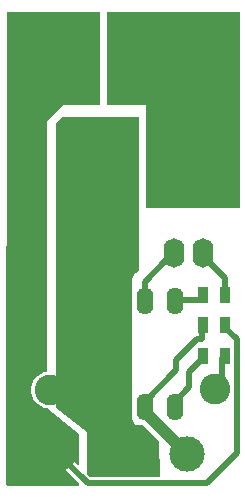
<source format=gbr>
%TF.GenerationSoftware,Altium Limited,Altium Designer,23.4.1 (23)*%
G04 Layer_Physical_Order=1*
G04 Layer_Color=255*
%FSLAX45Y45*%
%MOMM*%
%TF.SameCoordinates,F753716F-663C-4D52-ACFB-96E6D702F145*%
%TF.FilePolarity,Positive*%
%TF.FileFunction,Copper,L1,Top,Signal*%
%TF.Part,Single*%
G01*
G75*
%TA.AperFunction,SMDPad,CuDef*%
%ADD10O,1.40000X2.30000*%
%ADD11R,0.95000X1.40000*%
%TA.AperFunction,Conductor*%
%ADD12C,0.50000*%
%ADD13C,1.00000*%
%TA.AperFunction,ComponentPad*%
%ADD14C,6.00000*%
%ADD15R,6.00000X6.00000*%
%ADD16C,2.60000*%
%ADD17C,3.00000*%
%ADD18O,1.75000X2.50000*%
G36*
X1990000Y2630000D02*
X1200000D01*
Y3500000D01*
X870000D01*
Y4290000D01*
X1990000D01*
Y2630000D01*
D02*
G37*
G36*
X810000Y4270000D02*
Y3500000D01*
X490000D01*
X360000Y3370000D01*
Y1244466D01*
X334671Y1239428D01*
X306391Y1227714D01*
X280938Y1210707D01*
X259293Y1189062D01*
X242286Y1163610D01*
X230572Y1135329D01*
X224600Y1105306D01*
Y1074695D01*
X230572Y1044672D01*
X242286Y1016391D01*
X259293Y990938D01*
X280938Y969293D01*
X306391Y952286D01*
X334671Y940572D01*
X364694Y934600D01*
X365400D01*
X370000Y930000D01*
X630000Y720000D01*
Y461766D01*
X618267Y456906D01*
X488836Y586336D01*
X472165Y597476D01*
X452500Y601387D01*
X432835Y597476D01*
X416164Y586336D01*
X405024Y569665D01*
X401113Y550000D01*
X405024Y530335D01*
X416164Y513664D01*
X630000Y299827D01*
Y280000D01*
X18992D01*
X10022Y288992D01*
X20000Y4290000D01*
X810000D01*
Y4270000D01*
D02*
G37*
G36*
X1140000Y2100000D02*
X1114941Y2083294D01*
X1107269Y2077468D01*
X1094343Y2063229D01*
X1085269Y2046274D01*
X1080591Y2027621D01*
X1080000Y2018005D01*
X1080000Y1950000D01*
X1080000Y840951D01*
X1080000Y840951D01*
X1083106Y829322D01*
X1095709Y808948D01*
X1115121Y794905D01*
X1138416Y789311D01*
X1150433Y790000D01*
X1170000Y790000D01*
X1310000Y650000D01*
X1317619Y360485D01*
X1308757Y351387D01*
X723785D01*
X700000Y375172D01*
Y460952D01*
Y730000D01*
X437692Y940000D01*
Y3347692D01*
X490000Y3400000D01*
X1140000Y3400000D01*
Y2100000D01*
D02*
G37*
D10*
X1186000Y945000D02*
D03*
X1440000D02*
D03*
X1186000Y1840000D02*
D03*
X1440000D02*
D03*
D11*
X1675000Y1640000D02*
D03*
X1865000D02*
D03*
Y1890000D02*
D03*
X1675000D02*
D03*
Y1380000D02*
D03*
X1865000D02*
D03*
D12*
X1669710Y1595000D02*
X1675000Y1640000D01*
X1669710Y1520780D02*
Y1595000D01*
X1625824Y1519600D02*
X1669710Y1520780D01*
X1670000Y1595000D02*
X1675000Y1640000D01*
X452500Y550000D02*
X702500Y300000D01*
X1710000D01*
X1962900Y552900D01*
X1865000Y1617500D02*
Y1640000D01*
Y1617500D02*
X1962900Y1519600D01*
Y552900D02*
Y1519600D01*
X1450400Y1344176D02*
X1625824Y1519600D01*
X1186000Y945000D02*
Y990000D01*
X1450400Y1254400D02*
Y1344176D01*
X1186000Y990000D02*
X1450400Y1254400D01*
X1842500Y1357500D02*
X1865000Y1380000D01*
X1842500Y1132500D02*
Y1357500D01*
X1810000Y1100000D02*
X1842500Y1132500D01*
X1865000Y1870000D02*
Y2035000D01*
X1680000Y2220000D02*
X1865000Y2035000D01*
X1680000Y2220000D02*
Y2250000D01*
X1660000Y1855000D02*
X1675000Y1870000D01*
X1455000Y1855000D02*
X1660000D01*
X1440000Y1840000D02*
X1455000Y1855000D01*
X1560949Y1243449D02*
X1675000Y1357500D01*
X1560949Y1110949D02*
Y1243449D01*
X1440000Y990000D02*
X1560949Y1110949D01*
X1440000Y945000D02*
Y990000D01*
X1675000Y1357500D02*
Y1380000D01*
X1186000Y1840000D02*
Y2006000D01*
X1368582Y2188583D01*
X1372258D01*
X1430000Y2246325D01*
Y2250000D01*
D13*
X1186000Y905750D02*
Y945000D01*
Y905750D02*
X1541750Y550000D01*
X1547500D01*
D14*
X1200200Y3879800D02*
D03*
X1530200Y3030200D02*
D03*
D15*
X480200Y3879800D02*
D03*
X810200Y3030200D02*
D03*
D16*
X380000Y1090000D02*
D03*
X1780000Y1100000D02*
D03*
D17*
X1000000Y550000D02*
D03*
X452500D02*
D03*
X1547500D02*
D03*
D18*
X1430000Y2250000D02*
D03*
X1680000D02*
D03*
%TF.MD5,cd58f43d314874c14a76c441e08a0086*%
M02*

</source>
